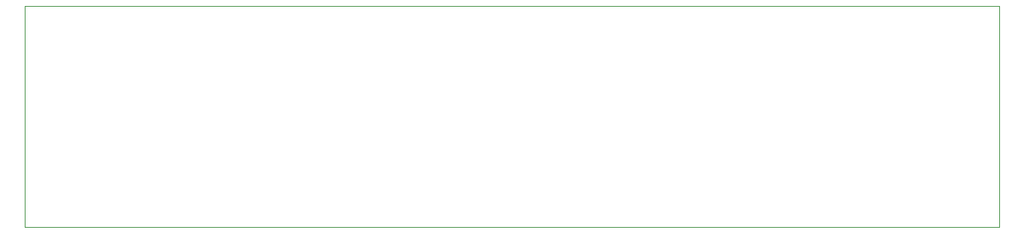
<source format=gko>
G04 Layer_Color=16711935*
%FSLAX24Y24*%
%MOIN*%
G70*
G01*
G75*
%ADD40C,0.0039*%
D40*
X8780Y30000D02*
X52087D01*
X8780D02*
Y39843D01*
X52087D01*
Y30000D02*
Y39843D01*
M02*

</source>
